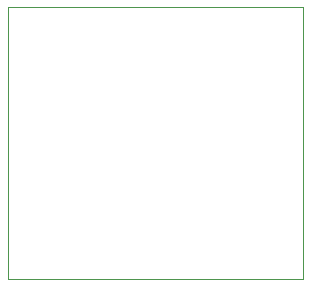
<source format=gbr>
%TF.GenerationSoftware,KiCad,Pcbnew,7.0.10-7.0.10~ubuntu23.04.1*%
%TF.CreationDate,2024-02-12T20:34:04+00:00*%
%TF.ProjectId,TFI2CADT01,54464932-4341-4445-9430-312e6b696361,rev?*%
%TF.SameCoordinates,PX7a53eb0PY6e37550*%
%TF.FileFunction,Profile,NP*%
%FSLAX46Y46*%
G04 Gerber Fmt 4.6, Leading zero omitted, Abs format (unit mm)*
G04 Created by KiCad (PCBNEW 7.0.10-7.0.10~ubuntu23.04.1) date 2024-02-12 20:34:04*
%MOMM*%
%LPD*%
G01*
G04 APERTURE LIST*
%TA.AperFunction,Profile*%
%ADD10C,0.100000*%
%TD*%
G04 APERTURE END LIST*
D10*
X0Y23000000D02*
X25000000Y23000000D01*
X25000000Y23000000D02*
X25000000Y0D01*
X0Y23000000D02*
X0Y0D01*
X0Y0D02*
X25000000Y0D01*
M02*

</source>
